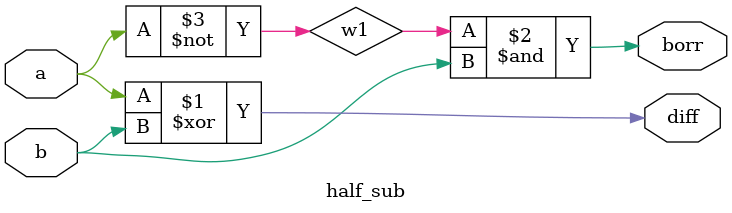
<source format=v>
`timescale 1ns / 1ps


module half_sub(
    input a,b,
    output diff,borr
    );
    wire w1;
    xor x1(diff,a,b);
    not n1(w1,a);
    and(borr,w1,b);
    
endmodule

</source>
